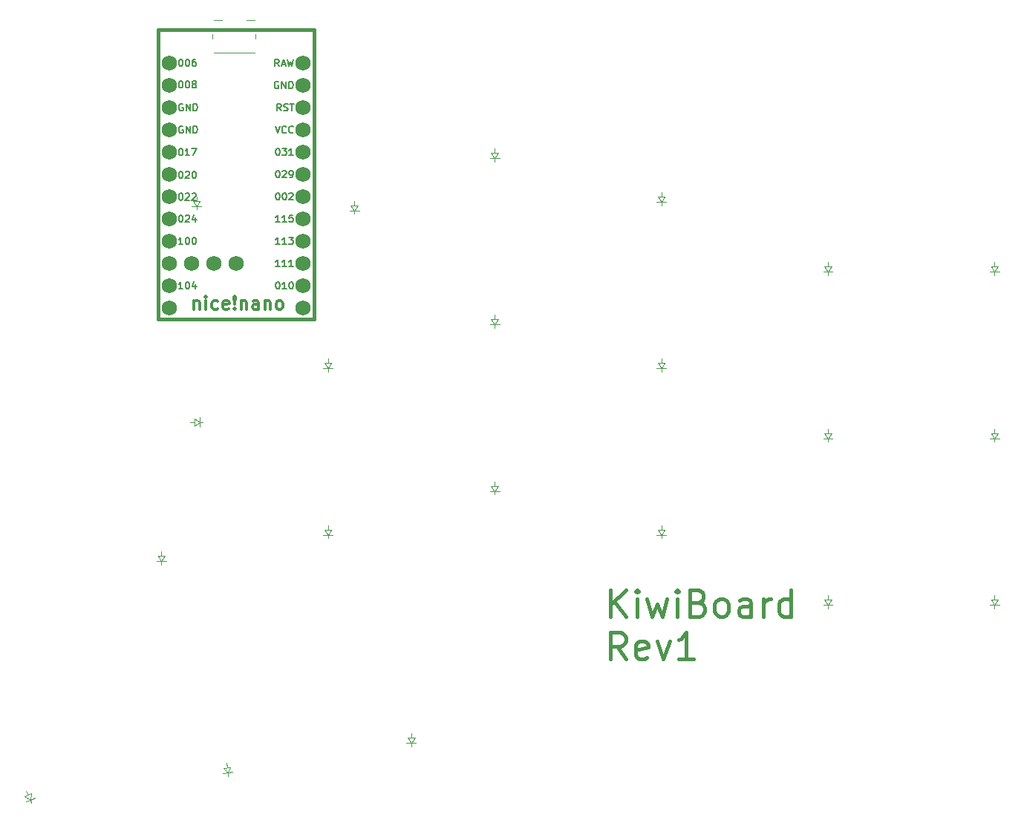
<source format=gbr>
%TF.GenerationSoftware,KiCad,Pcbnew,8.0.6*%
%TF.CreationDate,2024-12-24T11:46:23+01:00*%
%TF.ProjectId,right,72696768-742e-46b6-9963-61645f706362,v1.0.0*%
%TF.SameCoordinates,Original*%
%TF.FileFunction,Legend,Top*%
%TF.FilePolarity,Positive*%
%FSLAX46Y46*%
G04 Gerber Fmt 4.6, Leading zero omitted, Abs format (unit mm)*
G04 Created by KiCad (PCBNEW 8.0.6) date 2024-12-24 11:46:23*
%MOMM*%
%LPD*%
G01*
G04 APERTURE LIST*
%ADD10C,0.400000*%
%ADD11C,0.150000*%
%ADD12C,0.300000*%
%ADD13C,0.120000*%
%ADD14C,0.100000*%
%ADD15C,0.381000*%
%ADD16C,1.752600*%
G04 APERTURE END LIST*
D10*
X245727442Y-166152141D02*
X245727442Y-163152141D01*
X247441728Y-166152141D02*
X246156014Y-164437855D01*
X247441728Y-163152141D02*
X245727442Y-164866426D01*
X248727442Y-166152141D02*
X248727442Y-164152141D01*
X248727442Y-163152141D02*
X248584585Y-163294998D01*
X248584585Y-163294998D02*
X248727442Y-163437855D01*
X248727442Y-163437855D02*
X248870299Y-163294998D01*
X248870299Y-163294998D02*
X248727442Y-163152141D01*
X248727442Y-163152141D02*
X248727442Y-163437855D01*
X249870299Y-164152141D02*
X250441728Y-166152141D01*
X250441728Y-166152141D02*
X251013156Y-164723569D01*
X251013156Y-164723569D02*
X251584585Y-166152141D01*
X251584585Y-166152141D02*
X252156013Y-164152141D01*
X253298870Y-166152141D02*
X253298870Y-164152141D01*
X253298870Y-163152141D02*
X253156013Y-163294998D01*
X253156013Y-163294998D02*
X253298870Y-163437855D01*
X253298870Y-163437855D02*
X253441727Y-163294998D01*
X253441727Y-163294998D02*
X253298870Y-163152141D01*
X253298870Y-163152141D02*
X253298870Y-163437855D01*
X255727441Y-164580712D02*
X256156013Y-164723569D01*
X256156013Y-164723569D02*
X256298870Y-164866426D01*
X256298870Y-164866426D02*
X256441727Y-165152141D01*
X256441727Y-165152141D02*
X256441727Y-165580712D01*
X256441727Y-165580712D02*
X256298870Y-165866426D01*
X256298870Y-165866426D02*
X256156013Y-166009284D01*
X256156013Y-166009284D02*
X255870298Y-166152141D01*
X255870298Y-166152141D02*
X254727441Y-166152141D01*
X254727441Y-166152141D02*
X254727441Y-163152141D01*
X254727441Y-163152141D02*
X255727441Y-163152141D01*
X255727441Y-163152141D02*
X256013156Y-163294998D01*
X256013156Y-163294998D02*
X256156013Y-163437855D01*
X256156013Y-163437855D02*
X256298870Y-163723569D01*
X256298870Y-163723569D02*
X256298870Y-164009284D01*
X256298870Y-164009284D02*
X256156013Y-164294998D01*
X256156013Y-164294998D02*
X256013156Y-164437855D01*
X256013156Y-164437855D02*
X255727441Y-164580712D01*
X255727441Y-164580712D02*
X254727441Y-164580712D01*
X258156013Y-166152141D02*
X257870298Y-166009284D01*
X257870298Y-166009284D02*
X257727441Y-165866426D01*
X257727441Y-165866426D02*
X257584584Y-165580712D01*
X257584584Y-165580712D02*
X257584584Y-164723569D01*
X257584584Y-164723569D02*
X257727441Y-164437855D01*
X257727441Y-164437855D02*
X257870298Y-164294998D01*
X257870298Y-164294998D02*
X258156013Y-164152141D01*
X258156013Y-164152141D02*
X258584584Y-164152141D01*
X258584584Y-164152141D02*
X258870298Y-164294998D01*
X258870298Y-164294998D02*
X259013156Y-164437855D01*
X259013156Y-164437855D02*
X259156013Y-164723569D01*
X259156013Y-164723569D02*
X259156013Y-165580712D01*
X259156013Y-165580712D02*
X259013156Y-165866426D01*
X259013156Y-165866426D02*
X258870298Y-166009284D01*
X258870298Y-166009284D02*
X258584584Y-166152141D01*
X258584584Y-166152141D02*
X258156013Y-166152141D01*
X261727442Y-166152141D02*
X261727442Y-164580712D01*
X261727442Y-164580712D02*
X261584584Y-164294998D01*
X261584584Y-164294998D02*
X261298870Y-164152141D01*
X261298870Y-164152141D02*
X260727442Y-164152141D01*
X260727442Y-164152141D02*
X260441727Y-164294998D01*
X261727442Y-166009284D02*
X261441727Y-166152141D01*
X261441727Y-166152141D02*
X260727442Y-166152141D01*
X260727442Y-166152141D02*
X260441727Y-166009284D01*
X260441727Y-166009284D02*
X260298870Y-165723569D01*
X260298870Y-165723569D02*
X260298870Y-165437855D01*
X260298870Y-165437855D02*
X260441727Y-165152141D01*
X260441727Y-165152141D02*
X260727442Y-165009284D01*
X260727442Y-165009284D02*
X261441727Y-165009284D01*
X261441727Y-165009284D02*
X261727442Y-164866426D01*
X263156013Y-166152141D02*
X263156013Y-164152141D01*
X263156013Y-164723569D02*
X263298870Y-164437855D01*
X263298870Y-164437855D02*
X263441728Y-164294998D01*
X263441728Y-164294998D02*
X263727442Y-164152141D01*
X263727442Y-164152141D02*
X264013156Y-164152141D01*
X266298871Y-166152141D02*
X266298871Y-163152141D01*
X266298871Y-166009284D02*
X266013156Y-166152141D01*
X266013156Y-166152141D02*
X265441728Y-166152141D01*
X265441728Y-166152141D02*
X265156013Y-166009284D01*
X265156013Y-166009284D02*
X265013156Y-165866426D01*
X265013156Y-165866426D02*
X264870299Y-165580712D01*
X264870299Y-165580712D02*
X264870299Y-164723569D01*
X264870299Y-164723569D02*
X265013156Y-164437855D01*
X265013156Y-164437855D02*
X265156013Y-164294998D01*
X265156013Y-164294998D02*
X265441728Y-164152141D01*
X265441728Y-164152141D02*
X266013156Y-164152141D01*
X266013156Y-164152141D02*
X266298871Y-164294998D01*
X247441728Y-170981973D02*
X246441728Y-169553401D01*
X245727442Y-170981973D02*
X245727442Y-167981973D01*
X245727442Y-167981973D02*
X246870299Y-167981973D01*
X246870299Y-167981973D02*
X247156014Y-168124830D01*
X247156014Y-168124830D02*
X247298871Y-168267687D01*
X247298871Y-168267687D02*
X247441728Y-168553401D01*
X247441728Y-168553401D02*
X247441728Y-168981973D01*
X247441728Y-168981973D02*
X247298871Y-169267687D01*
X247298871Y-169267687D02*
X247156014Y-169410544D01*
X247156014Y-169410544D02*
X246870299Y-169553401D01*
X246870299Y-169553401D02*
X245727442Y-169553401D01*
X249870299Y-170839116D02*
X249584585Y-170981973D01*
X249584585Y-170981973D02*
X249013157Y-170981973D01*
X249013157Y-170981973D02*
X248727442Y-170839116D01*
X248727442Y-170839116D02*
X248584585Y-170553401D01*
X248584585Y-170553401D02*
X248584585Y-169410544D01*
X248584585Y-169410544D02*
X248727442Y-169124830D01*
X248727442Y-169124830D02*
X249013157Y-168981973D01*
X249013157Y-168981973D02*
X249584585Y-168981973D01*
X249584585Y-168981973D02*
X249870299Y-169124830D01*
X249870299Y-169124830D02*
X250013157Y-169410544D01*
X250013157Y-169410544D02*
X250013157Y-169696258D01*
X250013157Y-169696258D02*
X248584585Y-169981973D01*
X251013157Y-168981973D02*
X251727443Y-170981973D01*
X251727443Y-170981973D02*
X252441728Y-168981973D01*
X255156014Y-170981973D02*
X253441728Y-170981973D01*
X254298871Y-170981973D02*
X254298871Y-167981973D01*
X254298871Y-167981973D02*
X254013157Y-168410544D01*
X254013157Y-168410544D02*
X253727442Y-168696258D01*
X253727442Y-168696258D02*
X253441728Y-168839116D01*
D11*
X208003857Y-123712295D02*
X207546714Y-123712295D01*
X207775286Y-123712295D02*
X207775286Y-122912295D01*
X207775286Y-122912295D02*
X207699095Y-123026580D01*
X207699095Y-123026580D02*
X207622905Y-123102771D01*
X207622905Y-123102771D02*
X207546714Y-123140866D01*
X208765762Y-123712295D02*
X208308619Y-123712295D01*
X208537191Y-123712295D02*
X208537191Y-122912295D01*
X208537191Y-122912295D02*
X208461000Y-123026580D01*
X208461000Y-123026580D02*
X208384810Y-123102771D01*
X208384810Y-123102771D02*
X208308619Y-123140866D01*
X209032429Y-122912295D02*
X209527667Y-122912295D01*
X209527667Y-122912295D02*
X209261001Y-123217057D01*
X209261001Y-123217057D02*
X209375286Y-123217057D01*
X209375286Y-123217057D02*
X209451477Y-123255152D01*
X209451477Y-123255152D02*
X209489572Y-123293247D01*
X209489572Y-123293247D02*
X209527667Y-123369438D01*
X209527667Y-123369438D02*
X209527667Y-123559914D01*
X209527667Y-123559914D02*
X209489572Y-123636104D01*
X209489572Y-123636104D02*
X209451477Y-123674200D01*
X209451477Y-123674200D02*
X209375286Y-123712295D01*
X209375286Y-123712295D02*
X209146715Y-123712295D01*
X209146715Y-123712295D02*
X209070524Y-123674200D01*
X209070524Y-123674200D02*
X209032429Y-123636104D01*
X208003857Y-126252295D02*
X207546714Y-126252295D01*
X207775286Y-126252295D02*
X207775286Y-125452295D01*
X207775286Y-125452295D02*
X207699095Y-125566580D01*
X207699095Y-125566580D02*
X207622905Y-125642771D01*
X207622905Y-125642771D02*
X207546714Y-125680866D01*
X208765762Y-126252295D02*
X208308619Y-126252295D01*
X208537191Y-126252295D02*
X208537191Y-125452295D01*
X208537191Y-125452295D02*
X208461000Y-125566580D01*
X208461000Y-125566580D02*
X208384810Y-125642771D01*
X208384810Y-125642771D02*
X208308619Y-125680866D01*
X209527667Y-126252295D02*
X209070524Y-126252295D01*
X209299096Y-126252295D02*
X209299096Y-125452295D01*
X209299096Y-125452295D02*
X209222905Y-125566580D01*
X209222905Y-125566580D02*
X209146715Y-125642771D01*
X209146715Y-125642771D02*
X209070524Y-125680866D01*
X196662810Y-102592295D02*
X196739000Y-102592295D01*
X196739000Y-102592295D02*
X196815191Y-102630390D01*
X196815191Y-102630390D02*
X196853286Y-102668485D01*
X196853286Y-102668485D02*
X196891381Y-102744676D01*
X196891381Y-102744676D02*
X196929476Y-102897057D01*
X196929476Y-102897057D02*
X196929476Y-103087533D01*
X196929476Y-103087533D02*
X196891381Y-103239914D01*
X196891381Y-103239914D02*
X196853286Y-103316104D01*
X196853286Y-103316104D02*
X196815191Y-103354200D01*
X196815191Y-103354200D02*
X196739000Y-103392295D01*
X196739000Y-103392295D02*
X196662810Y-103392295D01*
X196662810Y-103392295D02*
X196586619Y-103354200D01*
X196586619Y-103354200D02*
X196548524Y-103316104D01*
X196548524Y-103316104D02*
X196510429Y-103239914D01*
X196510429Y-103239914D02*
X196472333Y-103087533D01*
X196472333Y-103087533D02*
X196472333Y-102897057D01*
X196472333Y-102897057D02*
X196510429Y-102744676D01*
X196510429Y-102744676D02*
X196548524Y-102668485D01*
X196548524Y-102668485D02*
X196586619Y-102630390D01*
X196586619Y-102630390D02*
X196662810Y-102592295D01*
X197424715Y-102592295D02*
X197500905Y-102592295D01*
X197500905Y-102592295D02*
X197577096Y-102630390D01*
X197577096Y-102630390D02*
X197615191Y-102668485D01*
X197615191Y-102668485D02*
X197653286Y-102744676D01*
X197653286Y-102744676D02*
X197691381Y-102897057D01*
X197691381Y-102897057D02*
X197691381Y-103087533D01*
X197691381Y-103087533D02*
X197653286Y-103239914D01*
X197653286Y-103239914D02*
X197615191Y-103316104D01*
X197615191Y-103316104D02*
X197577096Y-103354200D01*
X197577096Y-103354200D02*
X197500905Y-103392295D01*
X197500905Y-103392295D02*
X197424715Y-103392295D01*
X197424715Y-103392295D02*
X197348524Y-103354200D01*
X197348524Y-103354200D02*
X197310429Y-103316104D01*
X197310429Y-103316104D02*
X197272334Y-103239914D01*
X197272334Y-103239914D02*
X197234238Y-103087533D01*
X197234238Y-103087533D02*
X197234238Y-102897057D01*
X197234238Y-102897057D02*
X197272334Y-102744676D01*
X197272334Y-102744676D02*
X197310429Y-102668485D01*
X197310429Y-102668485D02*
X197348524Y-102630390D01*
X197348524Y-102630390D02*
X197424715Y-102592295D01*
X198377096Y-102592295D02*
X198224715Y-102592295D01*
X198224715Y-102592295D02*
X198148524Y-102630390D01*
X198148524Y-102630390D02*
X198110429Y-102668485D01*
X198110429Y-102668485D02*
X198034239Y-102782771D01*
X198034239Y-102782771D02*
X197996143Y-102935152D01*
X197996143Y-102935152D02*
X197996143Y-103239914D01*
X197996143Y-103239914D02*
X198034239Y-103316104D01*
X198034239Y-103316104D02*
X198072334Y-103354200D01*
X198072334Y-103354200D02*
X198148524Y-103392295D01*
X198148524Y-103392295D02*
X198300905Y-103392295D01*
X198300905Y-103392295D02*
X198377096Y-103354200D01*
X198377096Y-103354200D02*
X198415191Y-103316104D01*
X198415191Y-103316104D02*
X198453286Y-103239914D01*
X198453286Y-103239914D02*
X198453286Y-103049438D01*
X198453286Y-103049438D02*
X198415191Y-102973247D01*
X198415191Y-102973247D02*
X198377096Y-102935152D01*
X198377096Y-102935152D02*
X198300905Y-102897057D01*
X198300905Y-102897057D02*
X198148524Y-102897057D01*
X198148524Y-102897057D02*
X198072334Y-102935152D01*
X198072334Y-102935152D02*
X198034239Y-102973247D01*
X198034239Y-102973247D02*
X197996143Y-103049438D01*
X196662810Y-112762295D02*
X196739000Y-112762295D01*
X196739000Y-112762295D02*
X196815191Y-112800390D01*
X196815191Y-112800390D02*
X196853286Y-112838485D01*
X196853286Y-112838485D02*
X196891381Y-112914676D01*
X196891381Y-112914676D02*
X196929476Y-113067057D01*
X196929476Y-113067057D02*
X196929476Y-113257533D01*
X196929476Y-113257533D02*
X196891381Y-113409914D01*
X196891381Y-113409914D02*
X196853286Y-113486104D01*
X196853286Y-113486104D02*
X196815191Y-113524200D01*
X196815191Y-113524200D02*
X196739000Y-113562295D01*
X196739000Y-113562295D02*
X196662810Y-113562295D01*
X196662810Y-113562295D02*
X196586619Y-113524200D01*
X196586619Y-113524200D02*
X196548524Y-113486104D01*
X196548524Y-113486104D02*
X196510429Y-113409914D01*
X196510429Y-113409914D02*
X196472333Y-113257533D01*
X196472333Y-113257533D02*
X196472333Y-113067057D01*
X196472333Y-113067057D02*
X196510429Y-112914676D01*
X196510429Y-112914676D02*
X196548524Y-112838485D01*
X196548524Y-112838485D02*
X196586619Y-112800390D01*
X196586619Y-112800390D02*
X196662810Y-112762295D01*
X197691381Y-113562295D02*
X197234238Y-113562295D01*
X197462810Y-113562295D02*
X197462810Y-112762295D01*
X197462810Y-112762295D02*
X197386619Y-112876580D01*
X197386619Y-112876580D02*
X197310429Y-112952771D01*
X197310429Y-112952771D02*
X197234238Y-112990866D01*
X197958048Y-112762295D02*
X198491382Y-112762295D01*
X198491382Y-112762295D02*
X198148524Y-113562295D01*
X196662810Y-115362295D02*
X196739000Y-115362295D01*
X196739000Y-115362295D02*
X196815191Y-115400390D01*
X196815191Y-115400390D02*
X196853286Y-115438485D01*
X196853286Y-115438485D02*
X196891381Y-115514676D01*
X196891381Y-115514676D02*
X196929476Y-115667057D01*
X196929476Y-115667057D02*
X196929476Y-115857533D01*
X196929476Y-115857533D02*
X196891381Y-116009914D01*
X196891381Y-116009914D02*
X196853286Y-116086104D01*
X196853286Y-116086104D02*
X196815191Y-116124200D01*
X196815191Y-116124200D02*
X196739000Y-116162295D01*
X196739000Y-116162295D02*
X196662810Y-116162295D01*
X196662810Y-116162295D02*
X196586619Y-116124200D01*
X196586619Y-116124200D02*
X196548524Y-116086104D01*
X196548524Y-116086104D02*
X196510429Y-116009914D01*
X196510429Y-116009914D02*
X196472333Y-115857533D01*
X196472333Y-115857533D02*
X196472333Y-115667057D01*
X196472333Y-115667057D02*
X196510429Y-115514676D01*
X196510429Y-115514676D02*
X196548524Y-115438485D01*
X196548524Y-115438485D02*
X196586619Y-115400390D01*
X196586619Y-115400390D02*
X196662810Y-115362295D01*
X197234238Y-115438485D02*
X197272334Y-115400390D01*
X197272334Y-115400390D02*
X197348524Y-115362295D01*
X197348524Y-115362295D02*
X197539000Y-115362295D01*
X197539000Y-115362295D02*
X197615191Y-115400390D01*
X197615191Y-115400390D02*
X197653286Y-115438485D01*
X197653286Y-115438485D02*
X197691381Y-115514676D01*
X197691381Y-115514676D02*
X197691381Y-115590866D01*
X197691381Y-115590866D02*
X197653286Y-115705152D01*
X197653286Y-115705152D02*
X197196143Y-116162295D01*
X197196143Y-116162295D02*
X197691381Y-116162295D01*
X198186620Y-115362295D02*
X198262810Y-115362295D01*
X198262810Y-115362295D02*
X198339001Y-115400390D01*
X198339001Y-115400390D02*
X198377096Y-115438485D01*
X198377096Y-115438485D02*
X198415191Y-115514676D01*
X198415191Y-115514676D02*
X198453286Y-115667057D01*
X198453286Y-115667057D02*
X198453286Y-115857533D01*
X198453286Y-115857533D02*
X198415191Y-116009914D01*
X198415191Y-116009914D02*
X198377096Y-116086104D01*
X198377096Y-116086104D02*
X198339001Y-116124200D01*
X198339001Y-116124200D02*
X198262810Y-116162295D01*
X198262810Y-116162295D02*
X198186620Y-116162295D01*
X198186620Y-116162295D02*
X198110429Y-116124200D01*
X198110429Y-116124200D02*
X198072334Y-116086104D01*
X198072334Y-116086104D02*
X198034239Y-116009914D01*
X198034239Y-116009914D02*
X197996143Y-115857533D01*
X197996143Y-115857533D02*
X197996143Y-115667057D01*
X197996143Y-115667057D02*
X198034239Y-115514676D01*
X198034239Y-115514676D02*
X198072334Y-115438485D01*
X198072334Y-115438485D02*
X198110429Y-115400390D01*
X198110429Y-115400390D02*
X198186620Y-115362295D01*
X208003857Y-121172295D02*
X207546714Y-121172295D01*
X207775286Y-121172295D02*
X207775286Y-120372295D01*
X207775286Y-120372295D02*
X207699095Y-120486580D01*
X207699095Y-120486580D02*
X207622905Y-120562771D01*
X207622905Y-120562771D02*
X207546714Y-120600866D01*
X208765762Y-121172295D02*
X208308619Y-121172295D01*
X208537191Y-121172295D02*
X208537191Y-120372295D01*
X208537191Y-120372295D02*
X208461000Y-120486580D01*
X208461000Y-120486580D02*
X208384810Y-120562771D01*
X208384810Y-120562771D02*
X208308619Y-120600866D01*
X209489572Y-120372295D02*
X209108620Y-120372295D01*
X209108620Y-120372295D02*
X209070524Y-120753247D01*
X209070524Y-120753247D02*
X209108620Y-120715152D01*
X209108620Y-120715152D02*
X209184810Y-120677057D01*
X209184810Y-120677057D02*
X209375286Y-120677057D01*
X209375286Y-120677057D02*
X209451477Y-120715152D01*
X209451477Y-120715152D02*
X209489572Y-120753247D01*
X209489572Y-120753247D02*
X209527667Y-120829438D01*
X209527667Y-120829438D02*
X209527667Y-121019914D01*
X209527667Y-121019914D02*
X209489572Y-121096104D01*
X209489572Y-121096104D02*
X209451477Y-121134200D01*
X209451477Y-121134200D02*
X209375286Y-121172295D01*
X209375286Y-121172295D02*
X209184810Y-121172295D01*
X209184810Y-121172295D02*
X209108620Y-121134200D01*
X209108620Y-121134200D02*
X209070524Y-121096104D01*
X207470524Y-110212295D02*
X207737191Y-111012295D01*
X207737191Y-111012295D02*
X208003857Y-110212295D01*
X208727667Y-110936104D02*
X208689571Y-110974200D01*
X208689571Y-110974200D02*
X208575286Y-111012295D01*
X208575286Y-111012295D02*
X208499095Y-111012295D01*
X208499095Y-111012295D02*
X208384809Y-110974200D01*
X208384809Y-110974200D02*
X208308619Y-110898009D01*
X208308619Y-110898009D02*
X208270524Y-110821819D01*
X208270524Y-110821819D02*
X208232428Y-110669438D01*
X208232428Y-110669438D02*
X208232428Y-110555152D01*
X208232428Y-110555152D02*
X208270524Y-110402771D01*
X208270524Y-110402771D02*
X208308619Y-110326580D01*
X208308619Y-110326580D02*
X208384809Y-110250390D01*
X208384809Y-110250390D02*
X208499095Y-110212295D01*
X208499095Y-110212295D02*
X208575286Y-110212295D01*
X208575286Y-110212295D02*
X208689571Y-110250390D01*
X208689571Y-110250390D02*
X208727667Y-110288485D01*
X209527667Y-110936104D02*
X209489571Y-110974200D01*
X209489571Y-110974200D02*
X209375286Y-111012295D01*
X209375286Y-111012295D02*
X209299095Y-111012295D01*
X209299095Y-111012295D02*
X209184809Y-110974200D01*
X209184809Y-110974200D02*
X209108619Y-110898009D01*
X209108619Y-110898009D02*
X209070524Y-110821819D01*
X209070524Y-110821819D02*
X209032428Y-110669438D01*
X209032428Y-110669438D02*
X209032428Y-110555152D01*
X209032428Y-110555152D02*
X209070524Y-110402771D01*
X209070524Y-110402771D02*
X209108619Y-110326580D01*
X209108619Y-110326580D02*
X209184809Y-110250390D01*
X209184809Y-110250390D02*
X209299095Y-110212295D01*
X209299095Y-110212295D02*
X209375286Y-110212295D01*
X209375286Y-110212295D02*
X209489571Y-110250390D01*
X209489571Y-110250390D02*
X209527667Y-110288485D01*
X196929476Y-107710390D02*
X196853286Y-107672295D01*
X196853286Y-107672295D02*
X196739000Y-107672295D01*
X196739000Y-107672295D02*
X196624714Y-107710390D01*
X196624714Y-107710390D02*
X196548524Y-107786580D01*
X196548524Y-107786580D02*
X196510429Y-107862771D01*
X196510429Y-107862771D02*
X196472333Y-108015152D01*
X196472333Y-108015152D02*
X196472333Y-108129438D01*
X196472333Y-108129438D02*
X196510429Y-108281819D01*
X196510429Y-108281819D02*
X196548524Y-108358009D01*
X196548524Y-108358009D02*
X196624714Y-108434200D01*
X196624714Y-108434200D02*
X196739000Y-108472295D01*
X196739000Y-108472295D02*
X196815191Y-108472295D01*
X196815191Y-108472295D02*
X196929476Y-108434200D01*
X196929476Y-108434200D02*
X196967572Y-108396104D01*
X196967572Y-108396104D02*
X196967572Y-108129438D01*
X196967572Y-108129438D02*
X196815191Y-108129438D01*
X197310429Y-108472295D02*
X197310429Y-107672295D01*
X197310429Y-107672295D02*
X197767572Y-108472295D01*
X197767572Y-108472295D02*
X197767572Y-107672295D01*
X198148524Y-108472295D02*
X198148524Y-107672295D01*
X198148524Y-107672295D02*
X198339000Y-107672295D01*
X198339000Y-107672295D02*
X198453286Y-107710390D01*
X198453286Y-107710390D02*
X198529476Y-107786580D01*
X198529476Y-107786580D02*
X198567571Y-107862771D01*
X198567571Y-107862771D02*
X198605667Y-108015152D01*
X198605667Y-108015152D02*
X198605667Y-108129438D01*
X198605667Y-108129438D02*
X198567571Y-108281819D01*
X198567571Y-108281819D02*
X198529476Y-108358009D01*
X198529476Y-108358009D02*
X198453286Y-108434200D01*
X198453286Y-108434200D02*
X198339000Y-108472295D01*
X198339000Y-108472295D02*
X198148524Y-108472295D01*
X207737191Y-117832295D02*
X207813381Y-117832295D01*
X207813381Y-117832295D02*
X207889572Y-117870390D01*
X207889572Y-117870390D02*
X207927667Y-117908485D01*
X207927667Y-117908485D02*
X207965762Y-117984676D01*
X207965762Y-117984676D02*
X208003857Y-118137057D01*
X208003857Y-118137057D02*
X208003857Y-118327533D01*
X208003857Y-118327533D02*
X207965762Y-118479914D01*
X207965762Y-118479914D02*
X207927667Y-118556104D01*
X207927667Y-118556104D02*
X207889572Y-118594200D01*
X207889572Y-118594200D02*
X207813381Y-118632295D01*
X207813381Y-118632295D02*
X207737191Y-118632295D01*
X207737191Y-118632295D02*
X207661000Y-118594200D01*
X207661000Y-118594200D02*
X207622905Y-118556104D01*
X207622905Y-118556104D02*
X207584810Y-118479914D01*
X207584810Y-118479914D02*
X207546714Y-118327533D01*
X207546714Y-118327533D02*
X207546714Y-118137057D01*
X207546714Y-118137057D02*
X207584810Y-117984676D01*
X207584810Y-117984676D02*
X207622905Y-117908485D01*
X207622905Y-117908485D02*
X207661000Y-117870390D01*
X207661000Y-117870390D02*
X207737191Y-117832295D01*
X208499096Y-117832295D02*
X208575286Y-117832295D01*
X208575286Y-117832295D02*
X208651477Y-117870390D01*
X208651477Y-117870390D02*
X208689572Y-117908485D01*
X208689572Y-117908485D02*
X208727667Y-117984676D01*
X208727667Y-117984676D02*
X208765762Y-118137057D01*
X208765762Y-118137057D02*
X208765762Y-118327533D01*
X208765762Y-118327533D02*
X208727667Y-118479914D01*
X208727667Y-118479914D02*
X208689572Y-118556104D01*
X208689572Y-118556104D02*
X208651477Y-118594200D01*
X208651477Y-118594200D02*
X208575286Y-118632295D01*
X208575286Y-118632295D02*
X208499096Y-118632295D01*
X208499096Y-118632295D02*
X208422905Y-118594200D01*
X208422905Y-118594200D02*
X208384810Y-118556104D01*
X208384810Y-118556104D02*
X208346715Y-118479914D01*
X208346715Y-118479914D02*
X208308619Y-118327533D01*
X208308619Y-118327533D02*
X208308619Y-118137057D01*
X208308619Y-118137057D02*
X208346715Y-117984676D01*
X208346715Y-117984676D02*
X208384810Y-117908485D01*
X208384810Y-117908485D02*
X208422905Y-117870390D01*
X208422905Y-117870390D02*
X208499096Y-117832295D01*
X209070524Y-117908485D02*
X209108620Y-117870390D01*
X209108620Y-117870390D02*
X209184810Y-117832295D01*
X209184810Y-117832295D02*
X209375286Y-117832295D01*
X209375286Y-117832295D02*
X209451477Y-117870390D01*
X209451477Y-117870390D02*
X209489572Y-117908485D01*
X209489572Y-117908485D02*
X209527667Y-117984676D01*
X209527667Y-117984676D02*
X209527667Y-118060866D01*
X209527667Y-118060866D02*
X209489572Y-118175152D01*
X209489572Y-118175152D02*
X209032429Y-118632295D01*
X209032429Y-118632295D02*
X209527667Y-118632295D01*
X196929476Y-128792295D02*
X196472333Y-128792295D01*
X196700905Y-128792295D02*
X196700905Y-127992295D01*
X196700905Y-127992295D02*
X196624714Y-128106580D01*
X196624714Y-128106580D02*
X196548524Y-128182771D01*
X196548524Y-128182771D02*
X196472333Y-128220866D01*
X197424715Y-127992295D02*
X197500905Y-127992295D01*
X197500905Y-127992295D02*
X197577096Y-128030390D01*
X197577096Y-128030390D02*
X197615191Y-128068485D01*
X197615191Y-128068485D02*
X197653286Y-128144676D01*
X197653286Y-128144676D02*
X197691381Y-128297057D01*
X197691381Y-128297057D02*
X197691381Y-128487533D01*
X197691381Y-128487533D02*
X197653286Y-128639914D01*
X197653286Y-128639914D02*
X197615191Y-128716104D01*
X197615191Y-128716104D02*
X197577096Y-128754200D01*
X197577096Y-128754200D02*
X197500905Y-128792295D01*
X197500905Y-128792295D02*
X197424715Y-128792295D01*
X197424715Y-128792295D02*
X197348524Y-128754200D01*
X197348524Y-128754200D02*
X197310429Y-128716104D01*
X197310429Y-128716104D02*
X197272334Y-128639914D01*
X197272334Y-128639914D02*
X197234238Y-128487533D01*
X197234238Y-128487533D02*
X197234238Y-128297057D01*
X197234238Y-128297057D02*
X197272334Y-128144676D01*
X197272334Y-128144676D02*
X197310429Y-128068485D01*
X197310429Y-128068485D02*
X197348524Y-128030390D01*
X197348524Y-128030390D02*
X197424715Y-127992295D01*
X198377096Y-128258961D02*
X198377096Y-128792295D01*
X198186620Y-127954200D02*
X197996143Y-128525628D01*
X197996143Y-128525628D02*
X198491382Y-128525628D01*
X196662810Y-105062295D02*
X196739000Y-105062295D01*
X196739000Y-105062295D02*
X196815191Y-105100390D01*
X196815191Y-105100390D02*
X196853286Y-105138485D01*
X196853286Y-105138485D02*
X196891381Y-105214676D01*
X196891381Y-105214676D02*
X196929476Y-105367057D01*
X196929476Y-105367057D02*
X196929476Y-105557533D01*
X196929476Y-105557533D02*
X196891381Y-105709914D01*
X196891381Y-105709914D02*
X196853286Y-105786104D01*
X196853286Y-105786104D02*
X196815191Y-105824200D01*
X196815191Y-105824200D02*
X196739000Y-105862295D01*
X196739000Y-105862295D02*
X196662810Y-105862295D01*
X196662810Y-105862295D02*
X196586619Y-105824200D01*
X196586619Y-105824200D02*
X196548524Y-105786104D01*
X196548524Y-105786104D02*
X196510429Y-105709914D01*
X196510429Y-105709914D02*
X196472333Y-105557533D01*
X196472333Y-105557533D02*
X196472333Y-105367057D01*
X196472333Y-105367057D02*
X196510429Y-105214676D01*
X196510429Y-105214676D02*
X196548524Y-105138485D01*
X196548524Y-105138485D02*
X196586619Y-105100390D01*
X196586619Y-105100390D02*
X196662810Y-105062295D01*
X197424715Y-105062295D02*
X197500905Y-105062295D01*
X197500905Y-105062295D02*
X197577096Y-105100390D01*
X197577096Y-105100390D02*
X197615191Y-105138485D01*
X197615191Y-105138485D02*
X197653286Y-105214676D01*
X197653286Y-105214676D02*
X197691381Y-105367057D01*
X197691381Y-105367057D02*
X197691381Y-105557533D01*
X197691381Y-105557533D02*
X197653286Y-105709914D01*
X197653286Y-105709914D02*
X197615191Y-105786104D01*
X197615191Y-105786104D02*
X197577096Y-105824200D01*
X197577096Y-105824200D02*
X197500905Y-105862295D01*
X197500905Y-105862295D02*
X197424715Y-105862295D01*
X197424715Y-105862295D02*
X197348524Y-105824200D01*
X197348524Y-105824200D02*
X197310429Y-105786104D01*
X197310429Y-105786104D02*
X197272334Y-105709914D01*
X197272334Y-105709914D02*
X197234238Y-105557533D01*
X197234238Y-105557533D02*
X197234238Y-105367057D01*
X197234238Y-105367057D02*
X197272334Y-105214676D01*
X197272334Y-105214676D02*
X197310429Y-105138485D01*
X197310429Y-105138485D02*
X197348524Y-105100390D01*
X197348524Y-105100390D02*
X197424715Y-105062295D01*
X198148524Y-105405152D02*
X198072334Y-105367057D01*
X198072334Y-105367057D02*
X198034239Y-105328961D01*
X198034239Y-105328961D02*
X197996143Y-105252771D01*
X197996143Y-105252771D02*
X197996143Y-105214676D01*
X197996143Y-105214676D02*
X198034239Y-105138485D01*
X198034239Y-105138485D02*
X198072334Y-105100390D01*
X198072334Y-105100390D02*
X198148524Y-105062295D01*
X198148524Y-105062295D02*
X198300905Y-105062295D01*
X198300905Y-105062295D02*
X198377096Y-105100390D01*
X198377096Y-105100390D02*
X198415191Y-105138485D01*
X198415191Y-105138485D02*
X198453286Y-105214676D01*
X198453286Y-105214676D02*
X198453286Y-105252771D01*
X198453286Y-105252771D02*
X198415191Y-105328961D01*
X198415191Y-105328961D02*
X198377096Y-105367057D01*
X198377096Y-105367057D02*
X198300905Y-105405152D01*
X198300905Y-105405152D02*
X198148524Y-105405152D01*
X198148524Y-105405152D02*
X198072334Y-105443247D01*
X198072334Y-105443247D02*
X198034239Y-105481342D01*
X198034239Y-105481342D02*
X197996143Y-105557533D01*
X197996143Y-105557533D02*
X197996143Y-105709914D01*
X197996143Y-105709914D02*
X198034239Y-105786104D01*
X198034239Y-105786104D02*
X198072334Y-105824200D01*
X198072334Y-105824200D02*
X198148524Y-105862295D01*
X198148524Y-105862295D02*
X198300905Y-105862295D01*
X198300905Y-105862295D02*
X198377096Y-105824200D01*
X198377096Y-105824200D02*
X198415191Y-105786104D01*
X198415191Y-105786104D02*
X198453286Y-105709914D01*
X198453286Y-105709914D02*
X198453286Y-105557533D01*
X198453286Y-105557533D02*
X198415191Y-105481342D01*
X198415191Y-105481342D02*
X198377096Y-105443247D01*
X198377096Y-105443247D02*
X198300905Y-105405152D01*
X196662810Y-120372295D02*
X196739000Y-120372295D01*
X196739000Y-120372295D02*
X196815191Y-120410390D01*
X196815191Y-120410390D02*
X196853286Y-120448485D01*
X196853286Y-120448485D02*
X196891381Y-120524676D01*
X196891381Y-120524676D02*
X196929476Y-120677057D01*
X196929476Y-120677057D02*
X196929476Y-120867533D01*
X196929476Y-120867533D02*
X196891381Y-121019914D01*
X196891381Y-121019914D02*
X196853286Y-121096104D01*
X196853286Y-121096104D02*
X196815191Y-121134200D01*
X196815191Y-121134200D02*
X196739000Y-121172295D01*
X196739000Y-121172295D02*
X196662810Y-121172295D01*
X196662810Y-121172295D02*
X196586619Y-121134200D01*
X196586619Y-121134200D02*
X196548524Y-121096104D01*
X196548524Y-121096104D02*
X196510429Y-121019914D01*
X196510429Y-121019914D02*
X196472333Y-120867533D01*
X196472333Y-120867533D02*
X196472333Y-120677057D01*
X196472333Y-120677057D02*
X196510429Y-120524676D01*
X196510429Y-120524676D02*
X196548524Y-120448485D01*
X196548524Y-120448485D02*
X196586619Y-120410390D01*
X196586619Y-120410390D02*
X196662810Y-120372295D01*
X197234238Y-120448485D02*
X197272334Y-120410390D01*
X197272334Y-120410390D02*
X197348524Y-120372295D01*
X197348524Y-120372295D02*
X197539000Y-120372295D01*
X197539000Y-120372295D02*
X197615191Y-120410390D01*
X197615191Y-120410390D02*
X197653286Y-120448485D01*
X197653286Y-120448485D02*
X197691381Y-120524676D01*
X197691381Y-120524676D02*
X197691381Y-120600866D01*
X197691381Y-120600866D02*
X197653286Y-120715152D01*
X197653286Y-120715152D02*
X197196143Y-121172295D01*
X197196143Y-121172295D02*
X197691381Y-121172295D01*
X198377096Y-120638961D02*
X198377096Y-121172295D01*
X198186620Y-120334200D02*
X197996143Y-120905628D01*
X197996143Y-120905628D02*
X198491382Y-120905628D01*
X207737191Y-127992295D02*
X207813381Y-127992295D01*
X207813381Y-127992295D02*
X207889572Y-128030390D01*
X207889572Y-128030390D02*
X207927667Y-128068485D01*
X207927667Y-128068485D02*
X207965762Y-128144676D01*
X207965762Y-128144676D02*
X208003857Y-128297057D01*
X208003857Y-128297057D02*
X208003857Y-128487533D01*
X208003857Y-128487533D02*
X207965762Y-128639914D01*
X207965762Y-128639914D02*
X207927667Y-128716104D01*
X207927667Y-128716104D02*
X207889572Y-128754200D01*
X207889572Y-128754200D02*
X207813381Y-128792295D01*
X207813381Y-128792295D02*
X207737191Y-128792295D01*
X207737191Y-128792295D02*
X207661000Y-128754200D01*
X207661000Y-128754200D02*
X207622905Y-128716104D01*
X207622905Y-128716104D02*
X207584810Y-128639914D01*
X207584810Y-128639914D02*
X207546714Y-128487533D01*
X207546714Y-128487533D02*
X207546714Y-128297057D01*
X207546714Y-128297057D02*
X207584810Y-128144676D01*
X207584810Y-128144676D02*
X207622905Y-128068485D01*
X207622905Y-128068485D02*
X207661000Y-128030390D01*
X207661000Y-128030390D02*
X207737191Y-127992295D01*
X208765762Y-128792295D02*
X208308619Y-128792295D01*
X208537191Y-128792295D02*
X208537191Y-127992295D01*
X208537191Y-127992295D02*
X208461000Y-128106580D01*
X208461000Y-128106580D02*
X208384810Y-128182771D01*
X208384810Y-128182771D02*
X208308619Y-128220866D01*
X209261001Y-127992295D02*
X209337191Y-127992295D01*
X209337191Y-127992295D02*
X209413382Y-128030390D01*
X209413382Y-128030390D02*
X209451477Y-128068485D01*
X209451477Y-128068485D02*
X209489572Y-128144676D01*
X209489572Y-128144676D02*
X209527667Y-128297057D01*
X209527667Y-128297057D02*
X209527667Y-128487533D01*
X209527667Y-128487533D02*
X209489572Y-128639914D01*
X209489572Y-128639914D02*
X209451477Y-128716104D01*
X209451477Y-128716104D02*
X209413382Y-128754200D01*
X209413382Y-128754200D02*
X209337191Y-128792295D01*
X209337191Y-128792295D02*
X209261001Y-128792295D01*
X209261001Y-128792295D02*
X209184810Y-128754200D01*
X209184810Y-128754200D02*
X209146715Y-128716104D01*
X209146715Y-128716104D02*
X209108620Y-128639914D01*
X209108620Y-128639914D02*
X209070524Y-128487533D01*
X209070524Y-128487533D02*
X209070524Y-128297057D01*
X209070524Y-128297057D02*
X209108620Y-128144676D01*
X209108620Y-128144676D02*
X209146715Y-128068485D01*
X209146715Y-128068485D02*
X209184810Y-128030390D01*
X209184810Y-128030390D02*
X209261001Y-127992295D01*
X196929476Y-110250390D02*
X196853286Y-110212295D01*
X196853286Y-110212295D02*
X196739000Y-110212295D01*
X196739000Y-110212295D02*
X196624714Y-110250390D01*
X196624714Y-110250390D02*
X196548524Y-110326580D01*
X196548524Y-110326580D02*
X196510429Y-110402771D01*
X196510429Y-110402771D02*
X196472333Y-110555152D01*
X196472333Y-110555152D02*
X196472333Y-110669438D01*
X196472333Y-110669438D02*
X196510429Y-110821819D01*
X196510429Y-110821819D02*
X196548524Y-110898009D01*
X196548524Y-110898009D02*
X196624714Y-110974200D01*
X196624714Y-110974200D02*
X196739000Y-111012295D01*
X196739000Y-111012295D02*
X196815191Y-111012295D01*
X196815191Y-111012295D02*
X196929476Y-110974200D01*
X196929476Y-110974200D02*
X196967572Y-110936104D01*
X196967572Y-110936104D02*
X196967572Y-110669438D01*
X196967572Y-110669438D02*
X196815191Y-110669438D01*
X197310429Y-111012295D02*
X197310429Y-110212295D01*
X197310429Y-110212295D02*
X197767572Y-111012295D01*
X197767572Y-111012295D02*
X197767572Y-110212295D01*
X198148524Y-111012295D02*
X198148524Y-110212295D01*
X198148524Y-110212295D02*
X198339000Y-110212295D01*
X198339000Y-110212295D02*
X198453286Y-110250390D01*
X198453286Y-110250390D02*
X198529476Y-110326580D01*
X198529476Y-110326580D02*
X198567571Y-110402771D01*
X198567571Y-110402771D02*
X198605667Y-110555152D01*
X198605667Y-110555152D02*
X198605667Y-110669438D01*
X198605667Y-110669438D02*
X198567571Y-110821819D01*
X198567571Y-110821819D02*
X198529476Y-110898009D01*
X198529476Y-110898009D02*
X198453286Y-110974200D01*
X198453286Y-110974200D02*
X198339000Y-111012295D01*
X198339000Y-111012295D02*
X198148524Y-111012295D01*
X208149905Y-108472295D02*
X207883238Y-108091342D01*
X207692762Y-108472295D02*
X207692762Y-107672295D01*
X207692762Y-107672295D02*
X207997524Y-107672295D01*
X207997524Y-107672295D02*
X208073714Y-107710390D01*
X208073714Y-107710390D02*
X208111809Y-107748485D01*
X208111809Y-107748485D02*
X208149905Y-107824676D01*
X208149905Y-107824676D02*
X208149905Y-107938961D01*
X208149905Y-107938961D02*
X208111809Y-108015152D01*
X208111809Y-108015152D02*
X208073714Y-108053247D01*
X208073714Y-108053247D02*
X207997524Y-108091342D01*
X207997524Y-108091342D02*
X207692762Y-108091342D01*
X208454666Y-108434200D02*
X208568952Y-108472295D01*
X208568952Y-108472295D02*
X208759428Y-108472295D01*
X208759428Y-108472295D02*
X208835619Y-108434200D01*
X208835619Y-108434200D02*
X208873714Y-108396104D01*
X208873714Y-108396104D02*
X208911809Y-108319914D01*
X208911809Y-108319914D02*
X208911809Y-108243723D01*
X208911809Y-108243723D02*
X208873714Y-108167533D01*
X208873714Y-108167533D02*
X208835619Y-108129438D01*
X208835619Y-108129438D02*
X208759428Y-108091342D01*
X208759428Y-108091342D02*
X208607047Y-108053247D01*
X208607047Y-108053247D02*
X208530857Y-108015152D01*
X208530857Y-108015152D02*
X208492762Y-107977057D01*
X208492762Y-107977057D02*
X208454666Y-107900866D01*
X208454666Y-107900866D02*
X208454666Y-107824676D01*
X208454666Y-107824676D02*
X208492762Y-107748485D01*
X208492762Y-107748485D02*
X208530857Y-107710390D01*
X208530857Y-107710390D02*
X208607047Y-107672295D01*
X208607047Y-107672295D02*
X208797524Y-107672295D01*
X208797524Y-107672295D02*
X208911809Y-107710390D01*
X209140381Y-107672295D02*
X209597524Y-107672295D01*
X209368952Y-108472295D02*
X209368952Y-107672295D01*
X207737191Y-115292295D02*
X207813381Y-115292295D01*
X207813381Y-115292295D02*
X207889572Y-115330390D01*
X207889572Y-115330390D02*
X207927667Y-115368485D01*
X207927667Y-115368485D02*
X207965762Y-115444676D01*
X207965762Y-115444676D02*
X208003857Y-115597057D01*
X208003857Y-115597057D02*
X208003857Y-115787533D01*
X208003857Y-115787533D02*
X207965762Y-115939914D01*
X207965762Y-115939914D02*
X207927667Y-116016104D01*
X207927667Y-116016104D02*
X207889572Y-116054200D01*
X207889572Y-116054200D02*
X207813381Y-116092295D01*
X207813381Y-116092295D02*
X207737191Y-116092295D01*
X207737191Y-116092295D02*
X207661000Y-116054200D01*
X207661000Y-116054200D02*
X207622905Y-116016104D01*
X207622905Y-116016104D02*
X207584810Y-115939914D01*
X207584810Y-115939914D02*
X207546714Y-115787533D01*
X207546714Y-115787533D02*
X207546714Y-115597057D01*
X207546714Y-115597057D02*
X207584810Y-115444676D01*
X207584810Y-115444676D02*
X207622905Y-115368485D01*
X207622905Y-115368485D02*
X207661000Y-115330390D01*
X207661000Y-115330390D02*
X207737191Y-115292295D01*
X208308619Y-115368485D02*
X208346715Y-115330390D01*
X208346715Y-115330390D02*
X208422905Y-115292295D01*
X208422905Y-115292295D02*
X208613381Y-115292295D01*
X208613381Y-115292295D02*
X208689572Y-115330390D01*
X208689572Y-115330390D02*
X208727667Y-115368485D01*
X208727667Y-115368485D02*
X208765762Y-115444676D01*
X208765762Y-115444676D02*
X208765762Y-115520866D01*
X208765762Y-115520866D02*
X208727667Y-115635152D01*
X208727667Y-115635152D02*
X208270524Y-116092295D01*
X208270524Y-116092295D02*
X208765762Y-116092295D01*
X209146715Y-116092295D02*
X209299096Y-116092295D01*
X209299096Y-116092295D02*
X209375286Y-116054200D01*
X209375286Y-116054200D02*
X209413382Y-116016104D01*
X209413382Y-116016104D02*
X209489572Y-115901819D01*
X209489572Y-115901819D02*
X209527667Y-115749438D01*
X209527667Y-115749438D02*
X209527667Y-115444676D01*
X209527667Y-115444676D02*
X209489572Y-115368485D01*
X209489572Y-115368485D02*
X209451477Y-115330390D01*
X209451477Y-115330390D02*
X209375286Y-115292295D01*
X209375286Y-115292295D02*
X209222905Y-115292295D01*
X209222905Y-115292295D02*
X209146715Y-115330390D01*
X209146715Y-115330390D02*
X209108620Y-115368485D01*
X209108620Y-115368485D02*
X209070524Y-115444676D01*
X209070524Y-115444676D02*
X209070524Y-115635152D01*
X209070524Y-115635152D02*
X209108620Y-115711342D01*
X209108620Y-115711342D02*
X209146715Y-115749438D01*
X209146715Y-115749438D02*
X209222905Y-115787533D01*
X209222905Y-115787533D02*
X209375286Y-115787533D01*
X209375286Y-115787533D02*
X209451477Y-115749438D01*
X209451477Y-115749438D02*
X209489572Y-115711342D01*
X209489572Y-115711342D02*
X209527667Y-115635152D01*
X196662810Y-117862295D02*
X196739000Y-117862295D01*
X196739000Y-117862295D02*
X196815191Y-117900390D01*
X196815191Y-117900390D02*
X196853286Y-117938485D01*
X196853286Y-117938485D02*
X196891381Y-118014676D01*
X196891381Y-118014676D02*
X196929476Y-118167057D01*
X196929476Y-118167057D02*
X196929476Y-118357533D01*
X196929476Y-118357533D02*
X196891381Y-118509914D01*
X196891381Y-118509914D02*
X196853286Y-118586104D01*
X196853286Y-118586104D02*
X196815191Y-118624200D01*
X196815191Y-118624200D02*
X196739000Y-118662295D01*
X196739000Y-118662295D02*
X196662810Y-118662295D01*
X196662810Y-118662295D02*
X196586619Y-118624200D01*
X196586619Y-118624200D02*
X196548524Y-118586104D01*
X196548524Y-118586104D02*
X196510429Y-118509914D01*
X196510429Y-118509914D02*
X196472333Y-118357533D01*
X196472333Y-118357533D02*
X196472333Y-118167057D01*
X196472333Y-118167057D02*
X196510429Y-118014676D01*
X196510429Y-118014676D02*
X196548524Y-117938485D01*
X196548524Y-117938485D02*
X196586619Y-117900390D01*
X196586619Y-117900390D02*
X196662810Y-117862295D01*
X197234238Y-117938485D02*
X197272334Y-117900390D01*
X197272334Y-117900390D02*
X197348524Y-117862295D01*
X197348524Y-117862295D02*
X197539000Y-117862295D01*
X197539000Y-117862295D02*
X197615191Y-117900390D01*
X197615191Y-117900390D02*
X197653286Y-117938485D01*
X197653286Y-117938485D02*
X197691381Y-118014676D01*
X197691381Y-118014676D02*
X197691381Y-118090866D01*
X197691381Y-118090866D02*
X197653286Y-118205152D01*
X197653286Y-118205152D02*
X197196143Y-118662295D01*
X197196143Y-118662295D02*
X197691381Y-118662295D01*
X197996143Y-117938485D02*
X198034239Y-117900390D01*
X198034239Y-117900390D02*
X198110429Y-117862295D01*
X198110429Y-117862295D02*
X198300905Y-117862295D01*
X198300905Y-117862295D02*
X198377096Y-117900390D01*
X198377096Y-117900390D02*
X198415191Y-117938485D01*
X198415191Y-117938485D02*
X198453286Y-118014676D01*
X198453286Y-118014676D02*
X198453286Y-118090866D01*
X198453286Y-118090866D02*
X198415191Y-118205152D01*
X198415191Y-118205152D02*
X197958048Y-118662295D01*
X197958048Y-118662295D02*
X198453286Y-118662295D01*
X196929476Y-123712295D02*
X196472333Y-123712295D01*
X196700905Y-123712295D02*
X196700905Y-122912295D01*
X196700905Y-122912295D02*
X196624714Y-123026580D01*
X196624714Y-123026580D02*
X196548524Y-123102771D01*
X196548524Y-123102771D02*
X196472333Y-123140866D01*
X197424715Y-122912295D02*
X197500905Y-122912295D01*
X197500905Y-122912295D02*
X197577096Y-122950390D01*
X197577096Y-122950390D02*
X197615191Y-122988485D01*
X197615191Y-122988485D02*
X197653286Y-123064676D01*
X197653286Y-123064676D02*
X197691381Y-123217057D01*
X197691381Y-123217057D02*
X197691381Y-123407533D01*
X197691381Y-123407533D02*
X197653286Y-123559914D01*
X197653286Y-123559914D02*
X197615191Y-123636104D01*
X197615191Y-123636104D02*
X197577096Y-123674200D01*
X197577096Y-123674200D02*
X197500905Y-123712295D01*
X197500905Y-123712295D02*
X197424715Y-123712295D01*
X197424715Y-123712295D02*
X197348524Y-123674200D01*
X197348524Y-123674200D02*
X197310429Y-123636104D01*
X197310429Y-123636104D02*
X197272334Y-123559914D01*
X197272334Y-123559914D02*
X197234238Y-123407533D01*
X197234238Y-123407533D02*
X197234238Y-123217057D01*
X197234238Y-123217057D02*
X197272334Y-123064676D01*
X197272334Y-123064676D02*
X197310429Y-122988485D01*
X197310429Y-122988485D02*
X197348524Y-122950390D01*
X197348524Y-122950390D02*
X197424715Y-122912295D01*
X198186620Y-122912295D02*
X198262810Y-122912295D01*
X198262810Y-122912295D02*
X198339001Y-122950390D01*
X198339001Y-122950390D02*
X198377096Y-122988485D01*
X198377096Y-122988485D02*
X198415191Y-123064676D01*
X198415191Y-123064676D02*
X198453286Y-123217057D01*
X198453286Y-123217057D02*
X198453286Y-123407533D01*
X198453286Y-123407533D02*
X198415191Y-123559914D01*
X198415191Y-123559914D02*
X198377096Y-123636104D01*
X198377096Y-123636104D02*
X198339001Y-123674200D01*
X198339001Y-123674200D02*
X198262810Y-123712295D01*
X198262810Y-123712295D02*
X198186620Y-123712295D01*
X198186620Y-123712295D02*
X198110429Y-123674200D01*
X198110429Y-123674200D02*
X198072334Y-123636104D01*
X198072334Y-123636104D02*
X198034239Y-123559914D01*
X198034239Y-123559914D02*
X197996143Y-123407533D01*
X197996143Y-123407533D02*
X197996143Y-123217057D01*
X197996143Y-123217057D02*
X198034239Y-123064676D01*
X198034239Y-123064676D02*
X198072334Y-122988485D01*
X198072334Y-122988485D02*
X198110429Y-122950390D01*
X198110429Y-122950390D02*
X198186620Y-122912295D01*
X207737191Y-112752295D02*
X207813381Y-112752295D01*
X207813381Y-112752295D02*
X207889572Y-112790390D01*
X207889572Y-112790390D02*
X207927667Y-112828485D01*
X207927667Y-112828485D02*
X207965762Y-112904676D01*
X207965762Y-112904676D02*
X208003857Y-113057057D01*
X208003857Y-113057057D02*
X208003857Y-113247533D01*
X208003857Y-113247533D02*
X207965762Y-113399914D01*
X207965762Y-113399914D02*
X207927667Y-113476104D01*
X207927667Y-113476104D02*
X207889572Y-113514200D01*
X207889572Y-113514200D02*
X207813381Y-113552295D01*
X207813381Y-113552295D02*
X207737191Y-113552295D01*
X207737191Y-113552295D02*
X207661000Y-113514200D01*
X207661000Y-113514200D02*
X207622905Y-113476104D01*
X207622905Y-113476104D02*
X207584810Y-113399914D01*
X207584810Y-113399914D02*
X207546714Y-113247533D01*
X207546714Y-113247533D02*
X207546714Y-113057057D01*
X207546714Y-113057057D02*
X207584810Y-112904676D01*
X207584810Y-112904676D02*
X207622905Y-112828485D01*
X207622905Y-112828485D02*
X207661000Y-112790390D01*
X207661000Y-112790390D02*
X207737191Y-112752295D01*
X208270524Y-112752295D02*
X208765762Y-112752295D01*
X208765762Y-112752295D02*
X208499096Y-113057057D01*
X208499096Y-113057057D02*
X208613381Y-113057057D01*
X208613381Y-113057057D02*
X208689572Y-113095152D01*
X208689572Y-113095152D02*
X208727667Y-113133247D01*
X208727667Y-113133247D02*
X208765762Y-113209438D01*
X208765762Y-113209438D02*
X208765762Y-113399914D01*
X208765762Y-113399914D02*
X208727667Y-113476104D01*
X208727667Y-113476104D02*
X208689572Y-113514200D01*
X208689572Y-113514200D02*
X208613381Y-113552295D01*
X208613381Y-113552295D02*
X208384810Y-113552295D01*
X208384810Y-113552295D02*
X208308619Y-113514200D01*
X208308619Y-113514200D02*
X208270524Y-113476104D01*
X209527667Y-113552295D02*
X209070524Y-113552295D01*
X209299096Y-113552295D02*
X209299096Y-112752295D01*
X209299096Y-112752295D02*
X209222905Y-112866580D01*
X209222905Y-112866580D02*
X209146715Y-112942771D01*
X209146715Y-112942771D02*
X209070524Y-112980866D01*
X207845143Y-105170390D02*
X207768953Y-105132295D01*
X207768953Y-105132295D02*
X207654667Y-105132295D01*
X207654667Y-105132295D02*
X207540381Y-105170390D01*
X207540381Y-105170390D02*
X207464191Y-105246580D01*
X207464191Y-105246580D02*
X207426096Y-105322771D01*
X207426096Y-105322771D02*
X207388000Y-105475152D01*
X207388000Y-105475152D02*
X207388000Y-105589438D01*
X207388000Y-105589438D02*
X207426096Y-105741819D01*
X207426096Y-105741819D02*
X207464191Y-105818009D01*
X207464191Y-105818009D02*
X207540381Y-105894200D01*
X207540381Y-105894200D02*
X207654667Y-105932295D01*
X207654667Y-105932295D02*
X207730858Y-105932295D01*
X207730858Y-105932295D02*
X207845143Y-105894200D01*
X207845143Y-105894200D02*
X207883239Y-105856104D01*
X207883239Y-105856104D02*
X207883239Y-105589438D01*
X207883239Y-105589438D02*
X207730858Y-105589438D01*
X208226096Y-105932295D02*
X208226096Y-105132295D01*
X208226096Y-105132295D02*
X208683239Y-105932295D01*
X208683239Y-105932295D02*
X208683239Y-105132295D01*
X209064191Y-105932295D02*
X209064191Y-105132295D01*
X209064191Y-105132295D02*
X209254667Y-105132295D01*
X209254667Y-105132295D02*
X209368953Y-105170390D01*
X209368953Y-105170390D02*
X209445143Y-105246580D01*
X209445143Y-105246580D02*
X209483238Y-105322771D01*
X209483238Y-105322771D02*
X209521334Y-105475152D01*
X209521334Y-105475152D02*
X209521334Y-105589438D01*
X209521334Y-105589438D02*
X209483238Y-105741819D01*
X209483238Y-105741819D02*
X209445143Y-105818009D01*
X209445143Y-105818009D02*
X209368953Y-105894200D01*
X209368953Y-105894200D02*
X209254667Y-105932295D01*
X209254667Y-105932295D02*
X209064191Y-105932295D01*
D12*
X198218285Y-130140328D02*
X198218285Y-131140328D01*
X198218285Y-130283185D02*
X198289714Y-130211757D01*
X198289714Y-130211757D02*
X198432571Y-130140328D01*
X198432571Y-130140328D02*
X198646857Y-130140328D01*
X198646857Y-130140328D02*
X198789714Y-130211757D01*
X198789714Y-130211757D02*
X198861143Y-130354614D01*
X198861143Y-130354614D02*
X198861143Y-131140328D01*
X199575428Y-131140328D02*
X199575428Y-130140328D01*
X199575428Y-129640328D02*
X199504000Y-129711757D01*
X199504000Y-129711757D02*
X199575428Y-129783185D01*
X199575428Y-129783185D02*
X199646857Y-129711757D01*
X199646857Y-129711757D02*
X199575428Y-129640328D01*
X199575428Y-129640328D02*
X199575428Y-129783185D01*
X200932572Y-131068900D02*
X200789714Y-131140328D01*
X200789714Y-131140328D02*
X200504000Y-131140328D01*
X200504000Y-131140328D02*
X200361143Y-131068900D01*
X200361143Y-131068900D02*
X200289714Y-130997471D01*
X200289714Y-130997471D02*
X200218286Y-130854614D01*
X200218286Y-130854614D02*
X200218286Y-130426042D01*
X200218286Y-130426042D02*
X200289714Y-130283185D01*
X200289714Y-130283185D02*
X200361143Y-130211757D01*
X200361143Y-130211757D02*
X200504000Y-130140328D01*
X200504000Y-130140328D02*
X200789714Y-130140328D01*
X200789714Y-130140328D02*
X200932572Y-130211757D01*
X202146857Y-131068900D02*
X202004000Y-131140328D01*
X202004000Y-131140328D02*
X201718286Y-131140328D01*
X201718286Y-131140328D02*
X201575428Y-131068900D01*
X201575428Y-131068900D02*
X201504000Y-130926042D01*
X201504000Y-130926042D02*
X201504000Y-130354614D01*
X201504000Y-130354614D02*
X201575428Y-130211757D01*
X201575428Y-130211757D02*
X201718286Y-130140328D01*
X201718286Y-130140328D02*
X202004000Y-130140328D01*
X202004000Y-130140328D02*
X202146857Y-130211757D01*
X202146857Y-130211757D02*
X202218286Y-130354614D01*
X202218286Y-130354614D02*
X202218286Y-130497471D01*
X202218286Y-130497471D02*
X201504000Y-130640328D01*
X202861142Y-130997471D02*
X202932571Y-131068900D01*
X202932571Y-131068900D02*
X202861142Y-131140328D01*
X202861142Y-131140328D02*
X202789714Y-131068900D01*
X202789714Y-131068900D02*
X202861142Y-130997471D01*
X202861142Y-130997471D02*
X202861142Y-131140328D01*
X202861142Y-130568900D02*
X202789714Y-129711757D01*
X202789714Y-129711757D02*
X202861142Y-129640328D01*
X202861142Y-129640328D02*
X202932571Y-129711757D01*
X202932571Y-129711757D02*
X202861142Y-130568900D01*
X202861142Y-130568900D02*
X202861142Y-129640328D01*
X203575428Y-130140328D02*
X203575428Y-131140328D01*
X203575428Y-130283185D02*
X203646857Y-130211757D01*
X203646857Y-130211757D02*
X203789714Y-130140328D01*
X203789714Y-130140328D02*
X204004000Y-130140328D01*
X204004000Y-130140328D02*
X204146857Y-130211757D01*
X204146857Y-130211757D02*
X204218286Y-130354614D01*
X204218286Y-130354614D02*
X204218286Y-131140328D01*
X205575429Y-131140328D02*
X205575429Y-130354614D01*
X205575429Y-130354614D02*
X205504000Y-130211757D01*
X205504000Y-130211757D02*
X205361143Y-130140328D01*
X205361143Y-130140328D02*
X205075429Y-130140328D01*
X205075429Y-130140328D02*
X204932571Y-130211757D01*
X205575429Y-131068900D02*
X205432571Y-131140328D01*
X205432571Y-131140328D02*
X205075429Y-131140328D01*
X205075429Y-131140328D02*
X204932571Y-131068900D01*
X204932571Y-131068900D02*
X204861143Y-130926042D01*
X204861143Y-130926042D02*
X204861143Y-130783185D01*
X204861143Y-130783185D02*
X204932571Y-130640328D01*
X204932571Y-130640328D02*
X205075429Y-130568900D01*
X205075429Y-130568900D02*
X205432571Y-130568900D01*
X205432571Y-130568900D02*
X205575429Y-130497471D01*
X206289714Y-130140328D02*
X206289714Y-131140328D01*
X206289714Y-130283185D02*
X206361143Y-130211757D01*
X206361143Y-130211757D02*
X206504000Y-130140328D01*
X206504000Y-130140328D02*
X206718286Y-130140328D01*
X206718286Y-130140328D02*
X206861143Y-130211757D01*
X206861143Y-130211757D02*
X206932572Y-130354614D01*
X206932572Y-130354614D02*
X206932572Y-131140328D01*
X207861143Y-131140328D02*
X207718286Y-131068900D01*
X207718286Y-131068900D02*
X207646857Y-130997471D01*
X207646857Y-130997471D02*
X207575429Y-130854614D01*
X207575429Y-130854614D02*
X207575429Y-130426042D01*
X207575429Y-130426042D02*
X207646857Y-130283185D01*
X207646857Y-130283185D02*
X207718286Y-130211757D01*
X207718286Y-130211757D02*
X207861143Y-130140328D01*
X207861143Y-130140328D02*
X208075429Y-130140328D01*
X208075429Y-130140328D02*
X208218286Y-130211757D01*
X208218286Y-130211757D02*
X208289715Y-130283185D01*
X208289715Y-130283185D02*
X208361143Y-130426042D01*
X208361143Y-130426042D02*
X208361143Y-130854614D01*
X208361143Y-130854614D02*
X208289715Y-130997471D01*
X208289715Y-130997471D02*
X208218286Y-131068900D01*
X208218286Y-131068900D02*
X208075429Y-131140328D01*
X208075429Y-131140328D02*
X207861143Y-131140328D01*
D11*
X207921334Y-103392295D02*
X207654667Y-103011342D01*
X207464191Y-103392295D02*
X207464191Y-102592295D01*
X207464191Y-102592295D02*
X207768953Y-102592295D01*
X207768953Y-102592295D02*
X207845143Y-102630390D01*
X207845143Y-102630390D02*
X207883238Y-102668485D01*
X207883238Y-102668485D02*
X207921334Y-102744676D01*
X207921334Y-102744676D02*
X207921334Y-102858961D01*
X207921334Y-102858961D02*
X207883238Y-102935152D01*
X207883238Y-102935152D02*
X207845143Y-102973247D01*
X207845143Y-102973247D02*
X207768953Y-103011342D01*
X207768953Y-103011342D02*
X207464191Y-103011342D01*
X208226095Y-103163723D02*
X208607048Y-103163723D01*
X208149905Y-103392295D02*
X208416572Y-102592295D01*
X208416572Y-102592295D02*
X208683238Y-103392295D01*
X208873714Y-102592295D02*
X209064190Y-103392295D01*
X209064190Y-103392295D02*
X209216571Y-102820866D01*
X209216571Y-102820866D02*
X209368952Y-103392295D01*
X209368952Y-103392295D02*
X209559429Y-102592295D01*
D13*
%TO.C,B1*%
X200350000Y-100275000D02*
X200350000Y-99725000D01*
X201375000Y-98150000D02*
X200450000Y-98150000D01*
X205150000Y-98150000D02*
X204225000Y-98150000D01*
X205150000Y-101850000D02*
X200450000Y-101850000D01*
X205250000Y-100275000D02*
X205250000Y-99725000D01*
D14*
%TO.C,D14*%
X194100000Y-159250000D02*
X194900000Y-159250000D01*
X194500000Y-159250000D02*
X194500000Y-158750000D01*
X194500000Y-159850000D02*
X193950000Y-159850000D01*
X194500000Y-159850000D02*
X194100000Y-159250000D01*
X194500000Y-159850000D02*
X195050000Y-159850000D01*
X194500000Y-160250000D02*
X194500000Y-159850000D01*
X194900000Y-159250000D02*
X194500000Y-159850000D01*
%TO.C,D8*%
X251100000Y-137250000D02*
X251900000Y-137250000D01*
X251500000Y-137250000D02*
X251500000Y-136750000D01*
X251500000Y-137850000D02*
X250950000Y-137850000D01*
X251500000Y-137850000D02*
X251100000Y-137250000D01*
X251500000Y-137850000D02*
X252050000Y-137850000D01*
X251500000Y-138250000D02*
X251500000Y-137850000D01*
X251900000Y-137250000D02*
X251500000Y-137850000D01*
%TO.C,D5*%
X270100000Y-145250000D02*
X270900000Y-145250000D01*
X270500000Y-145250000D02*
X270500000Y-144750000D01*
X270500000Y-145850000D02*
X269950000Y-145850000D01*
X270500000Y-145850000D02*
X270100000Y-145250000D01*
X270500000Y-145850000D02*
X271050000Y-145850000D01*
X270500000Y-146250000D02*
X270500000Y-145850000D01*
X270900000Y-145250000D02*
X270500000Y-145850000D01*
%TO.C,D12*%
X232100000Y-113250000D02*
X232900000Y-113250000D01*
X232500000Y-113250000D02*
X232500000Y-112750000D01*
X232500000Y-113850000D02*
X231950000Y-113850000D01*
X232500000Y-113850000D02*
X232100000Y-113250000D01*
X232500000Y-113850000D02*
X233050000Y-113850000D01*
X232500000Y-114250000D02*
X232500000Y-113850000D01*
X232900000Y-113250000D02*
X232500000Y-113850000D01*
%TO.C,D3*%
X289100000Y-126250000D02*
X289900000Y-126250000D01*
X289500000Y-126250000D02*
X289500000Y-125750000D01*
X289500000Y-126850000D02*
X288950000Y-126850000D01*
X289500000Y-126850000D02*
X289100000Y-126250000D01*
X289500000Y-126850000D02*
X290050000Y-126850000D01*
X289500000Y-127250000D02*
X289500000Y-126850000D01*
X289900000Y-126250000D02*
X289500000Y-126850000D01*
%TO.C,D18*%
X198250000Y-143600000D02*
X198850000Y-144000000D01*
X198250000Y-144000000D02*
X197750000Y-144000000D01*
X198250000Y-144400000D02*
X198250000Y-143600000D01*
X198850000Y-144000000D02*
X198250000Y-144400000D01*
X198850000Y-144000000D02*
X198850000Y-143450000D01*
X198850000Y-144000000D02*
X198850000Y-144550000D01*
X199250000Y-144000000D02*
X198850000Y-144000000D01*
%TO.C,D10*%
X232100000Y-151250000D02*
X232900000Y-151250000D01*
X232500000Y-151250000D02*
X232500000Y-150750000D01*
X232500000Y-151850000D02*
X231950000Y-151850000D01*
X232500000Y-151850000D02*
X232100000Y-151250000D01*
X232500000Y-151850000D02*
X233050000Y-151850000D01*
X232500000Y-152250000D02*
X232500000Y-151850000D01*
X232900000Y-151250000D02*
X232500000Y-151850000D01*
%TO.C,D9*%
X251100000Y-118250000D02*
X251900000Y-118250000D01*
X251500000Y-118250000D02*
X251500000Y-117750000D01*
X251500000Y-118850000D02*
X250950000Y-118850000D01*
X251500000Y-118850000D02*
X251100000Y-118250000D01*
X251500000Y-118850000D02*
X252050000Y-118850000D01*
X251500000Y-119250000D02*
X251500000Y-118850000D01*
X251900000Y-118250000D02*
X251500000Y-118850000D01*
%TO.C,D2*%
X289100000Y-145250000D02*
X289900000Y-145250000D01*
X289500000Y-145250000D02*
X289500000Y-144750000D01*
X289500000Y-145850000D02*
X288950000Y-145850000D01*
X289500000Y-145850000D02*
X289100000Y-145250000D01*
X289500000Y-145850000D02*
X290050000Y-145850000D01*
X289500000Y-146250000D02*
X289500000Y-145850000D01*
X289900000Y-145250000D02*
X289500000Y-145850000D01*
%TO.C,D17*%
X178928024Y-186678050D02*
X179664428Y-186365465D01*
X179296226Y-186521758D02*
X179100861Y-186061505D01*
X179530665Y-187074061D02*
X178928024Y-186678050D01*
X179530665Y-187074061D02*
X179024387Y-187288963D01*
X179530665Y-187074061D02*
X180036943Y-186859159D01*
X179664428Y-186365465D02*
X179530665Y-187074061D01*
X179686957Y-187442263D02*
X179530665Y-187074061D01*
%TO.C,D21*%
X213100000Y-137250000D02*
X213900000Y-137250000D01*
X213500000Y-137250000D02*
X213500000Y-136750000D01*
X213500000Y-137850000D02*
X212950000Y-137850000D01*
X213500000Y-137850000D02*
X213100000Y-137250000D01*
X213500000Y-137850000D02*
X214050000Y-137850000D01*
X213500000Y-138250000D02*
X213500000Y-137850000D01*
X213900000Y-137250000D02*
X213500000Y-137850000D01*
%TO.C,D7*%
X251100000Y-156250000D02*
X251900000Y-156250000D01*
X251500000Y-156250000D02*
X251500000Y-155750000D01*
X251500000Y-156850000D02*
X250950000Y-156850000D01*
X251500000Y-156850000D02*
X251100000Y-156250000D01*
X251500000Y-156850000D02*
X252050000Y-156850000D01*
X251500000Y-157250000D02*
X251500000Y-156850000D01*
X251900000Y-156250000D02*
X251500000Y-156850000D01*
%TO.C,D20*%
X216100000Y-119250000D02*
X216900000Y-119250000D01*
X216500000Y-119250000D02*
X216500000Y-118750000D01*
X216500000Y-119850000D02*
X215950000Y-119850000D01*
X216500000Y-119850000D02*
X216100000Y-119250000D01*
X216500000Y-119850000D02*
X217050000Y-119850000D01*
X216500000Y-120250000D02*
X216500000Y-119850000D01*
X216900000Y-119250000D02*
X216500000Y-119850000D01*
%TO.C,D16*%
X201575909Y-183456162D02*
X202368124Y-183344824D01*
X201972017Y-183400493D02*
X201902430Y-182905359D01*
X202055521Y-183994654D02*
X201510873Y-184071199D01*
X202055521Y-183994654D02*
X201575909Y-183456162D01*
X202055521Y-183994654D02*
X202600168Y-183918109D01*
X202111190Y-184390761D02*
X202055521Y-183994654D01*
X202368124Y-183344824D02*
X202055521Y-183994654D01*
%TO.C,D1*%
X289100000Y-164250000D02*
X289900000Y-164250000D01*
X289500000Y-164250000D02*
X289500000Y-163750000D01*
X289500000Y-164850000D02*
X288950000Y-164850000D01*
X289500000Y-164850000D02*
X289100000Y-164250000D01*
X289500000Y-164850000D02*
X290050000Y-164850000D01*
X289500000Y-165250000D02*
X289500000Y-164850000D01*
X289900000Y-164250000D02*
X289500000Y-164850000D01*
%TO.C,D6*%
X270100000Y-126250000D02*
X270900000Y-126250000D01*
X270500000Y-126250000D02*
X270500000Y-125750000D01*
X270500000Y-126850000D02*
X269950000Y-126850000D01*
X270500000Y-126850000D02*
X270100000Y-126250000D01*
X270500000Y-126850000D02*
X271050000Y-126850000D01*
X270500000Y-127250000D02*
X270500000Y-126850000D01*
X270900000Y-126250000D02*
X270500000Y-126850000D01*
D15*
%TO.C,MCU1*%
X194110000Y-99220000D02*
X194110000Y-132240000D01*
X194110000Y-132240000D02*
X211890000Y-132240000D01*
X211890000Y-99220000D02*
X194110000Y-99220000D01*
X211890000Y-132240000D02*
X211890000Y-99220000D01*
D14*
%TO.C,D4*%
X270100000Y-164250000D02*
X270900000Y-164250000D01*
X270500000Y-164250000D02*
X270500000Y-163750000D01*
X270500000Y-164850000D02*
X269950000Y-164850000D01*
X270500000Y-164850000D02*
X270100000Y-164250000D01*
X270500000Y-164850000D02*
X271050000Y-164850000D01*
X270500000Y-165250000D02*
X270500000Y-164850000D01*
X270900000Y-164250000D02*
X270500000Y-164850000D01*
%TO.C,D13*%
X213100000Y-156250000D02*
X213900000Y-156250000D01*
X213500000Y-156250000D02*
X213500000Y-155750000D01*
X213500000Y-156850000D02*
X212950000Y-156850000D01*
X213500000Y-156850000D02*
X213100000Y-156250000D01*
X213500000Y-156850000D02*
X214050000Y-156850000D01*
X213500000Y-157250000D02*
X213500000Y-156850000D01*
X213900000Y-156250000D02*
X213500000Y-156850000D01*
%TO.C,D15*%
X222600000Y-180000000D02*
X223400000Y-180000000D01*
X223000000Y-180000000D02*
X223000000Y-179500000D01*
X223000000Y-180600000D02*
X222450000Y-180600000D01*
X223000000Y-180600000D02*
X222600000Y-180000000D01*
X223000000Y-180600000D02*
X223550000Y-180600000D01*
X223000000Y-181000000D02*
X223000000Y-180600000D01*
X223400000Y-180000000D02*
X223000000Y-180600000D01*
%TO.C,D11*%
X232100000Y-132250000D02*
X232900000Y-132250000D01*
X232500000Y-132250000D02*
X232500000Y-131750000D01*
X232500000Y-132850000D02*
X231950000Y-132850000D01*
X232500000Y-132850000D02*
X232100000Y-132250000D01*
X232500000Y-132850000D02*
X233050000Y-132850000D01*
X232500000Y-133250000D02*
X232500000Y-132850000D01*
X232900000Y-132250000D02*
X232500000Y-132850000D01*
%TO.C,D19*%
X198100000Y-118750000D02*
X198900000Y-118750000D01*
X198500000Y-118750000D02*
X198500000Y-118250000D01*
X198500000Y-119350000D02*
X197950000Y-119350000D01*
X198500000Y-119350000D02*
X198100000Y-118750000D01*
X198500000Y-119350000D02*
X199050000Y-119350000D01*
X198500000Y-119750000D02*
X198500000Y-119350000D01*
X198900000Y-118750000D02*
X198500000Y-119350000D01*
%TD*%
D16*
%TO.C,MCU1*%
X195380000Y-103030000D03*
X195380000Y-105570000D03*
X195380000Y-108110000D03*
X195380000Y-110650000D03*
X195380000Y-113190000D03*
X195380000Y-115730000D03*
X195380000Y-118270000D03*
X195380000Y-120810000D03*
X195380000Y-123350000D03*
X195380000Y-125890000D03*
X195380000Y-128430000D03*
X195380000Y-130970000D03*
X210620000Y-130970000D03*
X210620000Y-128430000D03*
X210620000Y-125890000D03*
X210620000Y-123350000D03*
X210620000Y-120810000D03*
X210620000Y-118270000D03*
X210620000Y-115730000D03*
X210620000Y-113190000D03*
X210620000Y-110650000D03*
X210620000Y-108110000D03*
X210620000Y-105570000D03*
X210620000Y-103030000D03*
X197920000Y-125890000D03*
X200460000Y-125890000D03*
X203000000Y-125890000D03*
%TD*%
M02*

</source>
